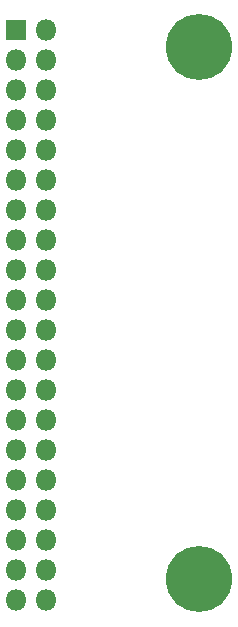
<source format=gbr>
%TF.GenerationSoftware,KiCad,Pcbnew,5.1.6*%
%TF.CreationDate,2020-06-27T21:13:43+02:00*%
%TF.ProjectId,hw,68772e6b-6963-4616-945f-706362585858,rev?*%
%TF.SameCoordinates,PX197b21e0PYf0cd820*%
%TF.FileFunction,Soldermask,Bot*%
%TF.FilePolarity,Negative*%
%FSLAX46Y46*%
G04 Gerber Fmt 4.6, Leading zero omitted, Abs format (unit mm)*
G04 Created by KiCad (PCBNEW 5.1.6) date 2020-06-27 21:13:43*
%MOMM*%
%LPD*%
G01*
G04 APERTURE LIST*
%ADD10C,5.600000*%
%ADD11O,1.800000X1.800000*%
%ADD12R,1.800000X1.800000*%
G04 APERTURE END LIST*
D10*
%TO.C,H2*%
X15500000Y-46500000D03*
%TD*%
%TO.C,H1*%
X15500000Y-1500000D03*
%TD*%
D11*
%TO.C,J2*%
X2540000Y-48260000D03*
X0Y-48260000D03*
X2540000Y-45720000D03*
X0Y-45720000D03*
X2540000Y-43180000D03*
X0Y-43180000D03*
X2540000Y-40640000D03*
X0Y-40640000D03*
X2540000Y-38100000D03*
X0Y-38100000D03*
X2540000Y-35560000D03*
X0Y-35560000D03*
X2540000Y-33020000D03*
X0Y-33020000D03*
X2540000Y-30480000D03*
X0Y-30480000D03*
X2540000Y-27940000D03*
X0Y-27940000D03*
X2540000Y-25400000D03*
X0Y-25400000D03*
X2540000Y-22860000D03*
X0Y-22860000D03*
X2540000Y-20320000D03*
X0Y-20320000D03*
X2540000Y-17780000D03*
X0Y-17780000D03*
X2540000Y-15240000D03*
X0Y-15240000D03*
X2540000Y-12700000D03*
X0Y-12700000D03*
X2540000Y-10160000D03*
X0Y-10160000D03*
X2540000Y-7620000D03*
X0Y-7620000D03*
X2540000Y-5080000D03*
X0Y-5080000D03*
X2540000Y-2540000D03*
X0Y-2540000D03*
X2540000Y0D03*
D12*
X0Y0D03*
%TD*%
M02*

</source>
